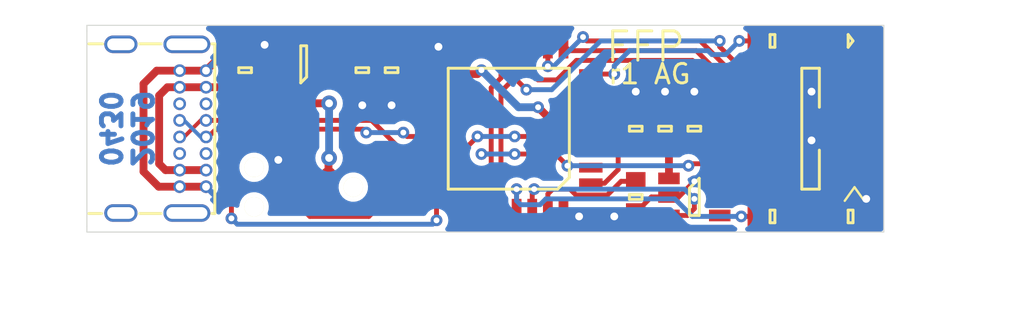
<source format=kicad_pcb>
(kicad_pcb (version 20221018) (generator pcbnew)
  (title_block (title "FFP FPGA/Flash Programmer") (date "2019-04-30") (rev "1") (comment 2 "Copyright 2019 Adam Greig") (comment 3 "Licensed under Creative Commons Attribution 4.0"))
  (layers (0 "F.Cu" signal) (31 "B.Cu" signal) (34 "B.Paste" user) (35 "F.Paste" user) (36 "B.SilkS" user "B.Silkscreen") (37 "F.SilkS" user "F.Silkscreen") (38 "B.Mask" user) (39 "F.Mask" user) (44 "Edge.Cuts" user))
  (net 0 "")
  (net 1 "GND")
  (net 2 "3v3")
  (net 3 "5v")
  (net 4 "/TGT_3v3")
  (net 5 "Net-(IC1-Pad31)")
  (net 6 "Net-(IC1-Pad29)")
  (net 7 "/FLASH_SO")
  (net 8 "/FLASH_SI")
  (net 9 "Net-(IC1-Pad26)")
  (net 10 "Net-(IC1-Pad25)")
  (net 11 "Net-(IC1-Pad24)")
  (net 12 "Net-(IC1-Pad23)")
  (net 13 "/USB_DP")
  (net 14 "/USB_DM")
  (net 15 "Net-(IC1-Pad20)")
  (net 16 "Net-(IC1-Pad19)")
  (net 17 "Net-(IC1-Pad18)")
  (net 18 "/TPWR_EN")
  (net 19 "Net-(IC1-Pad14)")
  (net 20 "/SCK")
  (net 21 "/FPGA_~{RST}")
  (net 22 "/FLASH_~{CS}")
  (net 23 "Net-(IC1-Pad8)")
  (net 24 "Net-(IC1-Pad7)")
  (net 25 "Net-(IC1-Pad6)")
  (net 26 "/~{RST}")
  (net 27 "Net-(IC1-Pad3)")
  (net 28 "Net-(IC1-Pad2)")
  (net 29 "Net-(IC3-Pad4)")
  (net 30 "Net-(J2-PadB8)")
  (net 31 "Net-(J2-PadB5)")
  (net 32 "Net-(J2-PadA8)")
  (net 33 "Net-(J2-PadA5)")
  (net 34 "Net-(J3-Pad7)")
  (net 35 "Net-(P1-Pad6)")
  (net 36 "Net-(IC1-Pad15)")
  (net 37 "Net-(D1-Pad2)")
  (footprint "agg:0603" (layer "F.Cu") (at 128.5 117 -90)
    (fp_text reference "C1")
    (fp_text value "100n")
    (fp_line (start -0.125 -0.325) (end 0.125 -0.325) (stroke (width 0.15)) (layer "F.SilkS"))
    (fp_line (start -0.125 0.325) (end -0.125 -0.325) (stroke (width 0.15)) (layer "F.SilkS"))
    (fp_line (start 0.125 -0.325) (end 0.125 0.325) (stroke (width 0.15)) (layer "F.SilkS"))
    (fp_line (start 0.125 0.325) (end -0.125 0.325) (stroke (width 0.15)) (layer "F.SilkS"))
    (pad "1" smd rect (at -0.8 0 270) (size 0.95 1) (layers "F.Cu" "F.Paste" "F.Mask") (net 2 "3v3"))
    (pad "2" smd rect (at 0.8 0 270) (size 0.95 1) (layers "F.Cu" "F.Paste" "F.Mask") (net 1 "GND"))
  )
  (footprint "agg:0603" (layer "F.Cu") (at 141 120 90)
    (fp_text reference "C2")
    (fp_text value "100n")
    (fp_line (start -0.125 -0.325) (end 0.125 -0.325) (stroke (width 0.15)) (layer "F.SilkS"))
    (fp_line (start -0.125 0.325) (end -0.125 -0.325) (stroke (width 0.15)) (layer "F.SilkS"))
    (fp_line (start 0.125 -0.325) (end 0.125 0.325) (stroke (width 0.15)) (layer "F.SilkS"))
    (fp_line (start 0.125 0.325) (end -0.125 0.325) (stroke (width 0.15)) (layer "F.SilkS"))
    (pad "1" smd rect (at -0.8 0 90) (size 0.95 1) (layers "F.Cu" "F.Paste" "F.Mask") (net 2 "3v3"))
    (pad "2" smd rect (at 0.8 0 90) (size 0.95 1) (layers "F.Cu" "F.Paste" "F.Mask") (net 1 "GND"))
  )
  (footprint "agg:0603" (layer "F.Cu") (at 142.5 120 90)
    (fp_text reference "C3")
    (fp_text value "100n")
    (fp_line (start -0.125 -0.325) (end 0.125 -0.325) (stroke (width 0.15)) (layer "F.SilkS"))
    (fp_line (start -0.125 0.325) (end -0.125 -0.325) (stroke (width 0.15)) (layer "F.SilkS"))
    (fp_line (start 0.125 -0.325) (end 0.125 0.325) (stroke (width 0.15)) (layer "F.SilkS"))
    (fp_line (start 0.125 0.325) (end -0.125 0.325) (stroke (width 0.15)) (layer "F.SilkS"))
    (pad "1" smd rect (at -0.8 0 90) (size 0.95 1) (layers "F.Cu" "F.Paste" "F.Mask") (net 2 "3v3"))
    (pad "2" smd rect (at 0.8 0 90) (size 0.95 1) (layers "F.Cu" "F.Paste" "F.Mask") (net 1 "GND"))
  )
  (footprint "agg:0603" (layer "F.Cu") (at 144 120 90)
    (fp_text reference "C4")
    (fp_text value "100n")
    (fp_line (start -0.125 -0.325) (end 0.125 -0.325) (stroke (width 0.15)) (layer "F.SilkS"))
    (fp_line (start -0.125 0.325) (end -0.125 -0.325) (stroke (width 0.15)) (layer "F.SilkS"))
    (fp_line (start 0.125 -0.325) (end 0.125 0.325) (stroke (width 0.15)) (layer "F.SilkS"))
    (fp_line (start 0.125 0.325) (end -0.125 0.325) (stroke (width 0.15)) (layer "F.SilkS"))
    (pad "1" smd rect (at -0.8 0 90) (size 0.95 1) (layers "F.Cu" "F.Paste" "F.Mask") (net 2 "3v3"))
    (pad "2" smd rect (at 0.8 0 90) (size 0.95 1) (layers "F.Cu" "F.Paste" "F.Mask") (net 1 "GND"))
  )
  (footprint "agg:0603" (layer "F.Cu") (at 121 117 90)
    (fp_text reference "C5")
    (fp_text value "1µ")
    (fp_line (start -0.125 -0.325) (end 0.125 -0.325) (stroke (width 0.15)) (layer "F.SilkS"))
    (fp_line (start -0.125 0.325) (end -0.125 -0.325) (stroke (width 0.15)) (layer "F.SilkS"))
    (fp_line (start 0.125 -0.325) (end 0.125 0.325) (stroke (width 0.15)) (layer "F.SilkS"))
    (fp_line (start 0.125 0.325) (end -0.125 0.325) (stroke (width 0.15)) (layer "F.SilkS"))
    (pad "1" smd rect (at -0.8 0 90) (size 0.95 1) (layers "F.Cu" "F.Paste" "F.Mask") (net 3 "5v"))
    (pad "2" smd rect (at 0.8 0 90) (size 0.95 1) (layers "F.Cu" "F.Paste" "F.Mask") (net 1 "GND"))
  )
  (footprint "agg:0603" (layer "F.Cu") (at 127 117 -90)
    (fp_text reference "C6")
    (fp_text value "1µ")
    (fp_line (start -0.125 -0.325) (end 0.125 -0.325) (stroke (width 0.15)) (layer "F.SilkS"))
    (fp_line (start -0.125 0.325) (end -0.125 -0.325) (stroke (width 0.15)) (layer "F.SilkS"))
    (fp_line (start 0.125 -0.325) (end 0.125 0.325) (stroke (width 0.15)) (layer "F.SilkS"))
    (fp_line (start 0.125 0.325) (end -0.125 0.325) (stroke (width 0.15)) (layer "F.SilkS"))
    (pad "1" smd rect (at -0.8 0 270) (size 0.95 1) (layers "F.Cu" "F.Paste" "F.Mask") (net 2 "3v3"))
    (pad "2" smd rect (at 0.8 0 270) (size 0.95 1) (layers "F.Cu" "F.Paste" "F.Mask") (net 1 "GND"))
  )
  (footprint "agg:0603" (layer "F.Cu") (at 152 124.5)
    (fp_text reference "C7")
    (fp_text value "100n")
    (fp_line (start -0.125 -0.325) (end 0.125 -0.325) (stroke (width 0.15)) (layer "F.SilkS"))
    (fp_line (start -0.125 0.325) (end -0.125 -0.325) (stroke (width 0.15)) (layer "F.SilkS"))
    (fp_line (start 0.125 -0.325) (end 0.125 0.325) (stroke (width 0.15)) (layer "F.SilkS"))
    (fp_line (start 0.125 0.325) (end -0.125 0.325) (stroke (width 0.15)) (layer "F.SilkS"))
    (pad "1" smd rect (at -0.8 0) (size 0.95 1) (layers "F.Cu" "F.Paste" "F.Mask") (net 4 "/TGT_3v3"))
    (pad "2" smd rect (at 0.8 0) (size 0.95 1) (layers "F.Cu" "F.Paste" "F.Mask") (net 1 "GND"))
  )
  (footprint "agg:LQFP-32" (layer "F.Cu") (at 134.5 120 180)
    (fp_text reference "IC1")
    (fp_text value "STM32F042K6T7")
    (fp_line (start -3.1 -2.5) (end -2.5 -3.1) (stroke (width 0.15)) (layer "F.SilkS"))
    (fp_line (start -3.1 3.1) (end -3.1 -2.5) (stroke (width 0.15)) (layer "F.SilkS"))
    (fp_line (start -2.5 -3.1) (end 3.1 -3.1) (stroke (width 0.15)) (layer "F.SilkS"))
    (fp_line (start 3.1 -3.1) (end 3.1 3.1) (stroke (width 0.15)) (layer "F.SilkS"))
    (fp_line (start 3.1 3.1) (end -3.1 3.1) (stroke (width 0.15)) (layer "F.SilkS"))
    (pad "1" smd rect (at -4.2 -2.8 180) (size 1.2 0.5) (layers "F.Cu" "F.Paste" "F.Mask") (net 2 "3v3"))
    (pad "2" smd rect (at -4.2 -2 180) (size 1.2 0.5) (layers "F.Cu" "F.Paste" "F.Mask") (net 28 "Net-(IC1-Pad2)"))
    (pad "3" smd rect (at -4.2 -1.2 180) (size 1.2 0.5) (layers "F.Cu" "F.Paste" "F.Mask") (net 27 "Net-(IC1-Pad3)"))
    (pad "4" smd rect (at -4.2 -0.4 180) (size 1.2 0.5) (layers "F.Cu" "F.Paste" "F.Mask") (net 26 "/~{RST}"))
    (pad "5" smd rect (at -4.2 0.4 180) (size 1.2 0.5) (layers "F.Cu" "F.Paste" "F.Mask") (net 2 "3v3"))
    (pad "6" smd rect (at -4.2 1.2 180) (size 1.2 0.5) (layers "F.Cu" "F.Paste" "F.Mask") (net 25 "Net-(IC1-Pad6)"))
    (pad "7" smd rect (at -4.2 2 180) (size 1.2 0.5) (layers "F.Cu" "F.Paste" "F.Mask") (net 24 "Net-(IC1-Pad7)"))
    (pad "8" smd rect (at -4.2 2.8 180) (size 1.2 0.5) (layers "F.Cu" "F.Paste" "F.Mask") (net 23 "Net-(IC1-Pad8)"))
    (pad "9" smd rect (at -2.8 4.2 180) (size 0.5 1.2) (layers "F.Cu" "F.Paste" "F.Mask") (net 22 "/FLASH_~{CS}"))
    (pad "10" smd rect (at -2 4.2 180) (size 0.5 1.2) (layers "F.Cu" "F.Paste" "F.Mask") (net 21 "/FPGA_~{RST}"))
    (pad "11" smd rect (at -1.2 4.2 180) (size 0.5 1.2) (layers "F.Cu" "F.Paste" "F.Mask") (net 20 "/SCK"))
    (pad "12" smd rect (at -0.4 4.2 180) (size 0.5 1.2) (layers "F.Cu" "F.Paste" "F.Mask") (net 7 "/FLASH_SO"))
    (pad "13" smd rect (at 0.4 4.2 180) (size 0.5 1.2) (layers "F.Cu" "F.Paste" "F.Mask") (net 8 "/FLASH_SI"))
    (pad "14" smd rect (at 1.2 4.2 180) (size 0.5 1.2) (layers "F.Cu" "F.Paste" "F.Mask") (net 19 "Net-(IC1-Pad14)"))
    (pad "15" smd rect (at 2 4.2 180) (size 0.5 1.2) (layers "F.Cu" "F.Paste" "F.Mask") (net 36 "Net-(IC1-Pad15)"))
    (pad "16" smd rect (at 2.8 4.2 180) (size 0.5 1.2) (layers "F.Cu" "F.Paste" "F.Mask") (net 1 "GND"))
    (pad "17" smd rect (at 4.2 2.8 180) (size 1.2 0.5) (layers "F.Cu" "F.Paste" "F.Mask") (net 2 "3v3"))
    (pad "18" smd rect (at 4.2 2 180) (size 1.2 0.5) (layers "F.Cu" "F.Paste" "F.Mask") (net 17 "Net-(IC1-Pad18)"))
    (pad "19" smd rect (at 4.2 1.2 180) (size 1.2 0.5) (layers "F.Cu" "F.Paste" "F.Mask") (net 16 "Net-(IC1-Pad19)"))
    (pad "20" smd rect (at 4.2 0.4 180) (size 1.2 0.5) (layers "F.Cu" "F.Paste" "F.Mask") (net 15 "Net-(IC1-Pad20)"))
    (pad "21" smd rect (at 4.2 -0.4 180) (size 1.2 0.5) (layers "F.Cu" "F.Paste" "F.Mask") (net 14 "/USB_DM"))
    (pad "22" smd rect (at 4.2 -1.2 180) (size 1.2 0.5) (layers "F.Cu" "F.Paste" "F.Mask") (net 13 "/USB_DP"))
    (pad "23" smd rect (at 4.2 -2 180) (size 1.2 0.5) (layers "F.Cu" "F.Paste" "F.Mask") (net 12 "Net-(IC1-Pad23)"))
    (pad "24" smd rect (at 4.2 -2.8 180) (size 1.2 0.5) (layers "F.Cu" "F.Paste" "F.Mask") (net 11 "Net-(IC1-Pad24)"))
    (pad "25" smd rect (at 2.8 -4.2 180) (size 0.5 1.2) (layers "F.Cu" "F.Paste" "F.Mask") (net 10 "Net-(IC1-Pad25)"))
    (pad "26" smd rect (at 2 -4.2 180) (size 0.5 1.2) (layers "F.Cu" "F.Paste" "F.Mask") (net 9 "Net-(IC1-Pad26)"))
    (pad "27" smd rect (at 1.2 -4.2 180) (size 0.5 1.2) (layers "F.Cu" "F.Paste" "F.Mask") (net 8 "/FLASH_SI"))
    (pad "28" smd rect (at 0.4 -4.2 180) (size 0.5 1.2) (layers "F.Cu" "F.Paste" "F.Mask") (net 7 "/FLASH_SO"))
    (pad "29" smd rect (at -0.4 -4.2 180) (size 0.5 1.2) (layers "F.Cu" "F.Paste" "F.Mask") (net 6 "Net-(IC1-Pad29)"))
    (pad "30" smd rect (at -1.2 -4.2 180) (size 0.5 1.2) (layers "F.Cu" "F.Paste" "F.Mask") (net 18 "/TPWR_EN"))
    (pad "31" smd rect (at -2 -4.2 180) (size 0.5 1.2) (layers "F.Cu" "F.Paste" "F.Mask") (net 5 "Net-(IC1-Pad31)"))
    (pad "32" smd rect (at -2.8 -4.2 180) (size 0.5 1.2) (layers "F.Cu" "F.Paste" "F.Mask") (net 1 "GND"))
  )
  (footprint "agg:SOT-23" (layer "F.Cu") (at 124 116.7 180)
    (fp_text reference "IC2")
    (fp_text value "MCP1700")
    (fp_line (start -0.15 -0.65) (end 0.15 -0.95) (stroke (width 0.15)) (layer "F.SilkS"))
    (fp_line (start -0.15 0.95) (end -0.15 -0.65) (stroke (width 0.15)) (layer "F.SilkS"))
    (fp_line (start 0.15 -0.95) (end 0.15 -0.95) (stroke (width 0.15)) (layer "F.SilkS"))
    (fp_line (start 0.15 -0.95) (end 0.15 0.95) (stroke (width 0.15)) (layer "F.SilkS"))
    (fp_line (start 0.15 0.95) (end -0.15 0.95) (stroke (width 0.15)) (layer "F.SilkS"))
    (pad "1" smd rect (at -1.15 -0.95 180) (size 1 0.6) (layers "F.Cu" "F.Paste" "F.Mask") (net 1 "GND"))
    (pad "2" smd rect (at -1.15 0.95 180) (size 1 0.6) (layers "F.Cu" "F.Paste" "F.Mask") (net 2 "3v3"))
    (pad "3" smd rect (at 1.15 0 180) (size 1 0.6) (layers "F.Cu" "F.Paste" "F.Mask") (net 3 "5v"))
  )
  (footprint "agg:SOT-23-5" (layer "F.Cu") (at 144 123.5)
    (fp_text reference "IC3")
    (fp_text value "MIC2004-0_5YM5")
    (fp_line (start -0.25 -0.45) (end 0.25 -0.95) (stroke (width 0.15)) (layer "F.SilkS"))
    (fp_line (start -0.25 0.95) (end -0.25 -0.45) (stroke (width 0.15)) (layer "F.SilkS"))
    (fp_line (start 0.25 -0.95) (end 0.25 -0.95) (stroke (width 0.15)) (layer "F.SilkS"))
    (fp_line (start 0.25 -0.95) (end 0.25 0.95) (stroke (width 0.15)) (layer "F.SilkS"))
    (fp_line (start 0.25 0.95) (end -0.25 0.95) (stroke (width 0.15)) (layer "F.SilkS"))
    (pad "1" smd rect (at -1.3 -0.95) (size 1.1 0.6) (layers "F.Cu" "F.Paste" "F.Mask") (net 2 "3v3"))
    (pad "2" smd rect (at -1.3 0) (size 1.1 0.6) (layers "F.Cu" "F.Paste" "F.Mask") (net 1 "GND"))
    (pad "3" smd rect (at -1.3 0.95) (size 1.1 0.6) (layers "F.Cu" "F.Paste" "F.Mask") (net 18 "/TPWR_EN"))
    (pad "4" smd rect (at 1.3 0.95) (size 1.1 0.6) (layers "F.Cu" "F.Paste" "F.Mask") (net 29 "Net-(IC3-Pad4)"))
    (pad "5" smd rect (at 1.3 -0.95) (size 1.1 0.6) (layers "F.Cu" "F.Paste" "F.Mask") (net 4 "/TGT_3v3"))
  )
  (footprint "agg:USB4085" (layer "F.Cu") (at 119 120 -90)
    (fp_text reference "J2")
    (fp_text value "USB4085")
    (fp_line (start -4.35 -0.45) (end -4.35 -0.3) (stroke (width 0.15)) (layer "F.SilkS"))
    (fp_line (start -4.35 -0.45) (end 4.35 -0.45) (stroke (width 0.15)) (layer "F.SilkS"))
    (fp_line (start -4.35 2.3) (end -4.35 3.4) (stroke (width 0.15)) (layer "F.SilkS"))
    (fp_line (start -4.35 5.3) (end -4.35 6) (stroke (width 0.15)) (layer "F.SilkS"))
    (fp_line (start 4.35 -0.45) (end 4.35 -0.3) (stroke (width 0.15)) (layer "F.SilkS"))
    (fp_line (start 4.35 2.3) (end 4.35 3.4) (stroke (width 0.15)) (layer "F.SilkS"))
    (fp_line (start 4.35 5.35) (end 4.35 6) (stroke (width 0.15)) (layer "F.SilkS"))
    (pad "" np_thru_hole oval (at -4.325 0.98 270) (size 0.9 2.4) (drill oval 0.6 2.1) (layers "*.Cu" "*.Mask"))
    (pad "" np_thru_hole oval (at -4.325 4.36 270) (size 0.9 1.7) (drill oval 0.6 1.4) (layers "*.Cu" "*.Mask"))
    (pad "" np_thru_hole oval (at 4.325 0.98 270) (size 0.9 2.4) (drill oval 0.6 2.1) (layers "*.Cu" "*.Mask"))
    (pad "" np_thru_hole oval (at 4.325 4.36 270) (size 0.9 1.7) (drill oval 0.6 1.4) (layers "*.Cu" "*.Mask"))
    (pad "A1" thru_hole circle (at -2.975 0 270) (size 0.65 0.65) (drill 0.4) (layers "*.Cu" "*.Mask") (net 1 "GND"))
    (pad "A4" thru_hole circle (at -2.125 0 270) (size 0.65 0.65) (drill 0.4) (layers "*.Cu" "*.Mask") (net 3 "5v"))
    (pad "A5" thru_hole circle (at -1.275 0 270) (size 0.65 0.65) (drill 0.4) (layers "*.Cu" "*.Mask") (net 33 "Net-(J2-PadA5)"))
    (pad "A6" thru_hole circle (at -0.425 0 270) (size 0.65 0.65) (drill 0.4) (layers "*.Cu" "*.Mask") (net 13 "/USB_DP"))
    (pad "A7" thru_hole circle (at 0.425 0 270) (size 0.65 0.65) (drill 0.4) (layers "*.Cu" "*.Mask") (net 14 "/USB_DM"))
    (pad "A8" thru_hole circle (at 1.275 0 270) (size 0.65 0.65) (drill 0.4) (layers "*.Cu" "*.Mask") (net 32 "Net-(J2-PadA8)"))
    (pad "A9" thru_hole circle (at 2.125 0 270) (size 0.65 0.65) (drill 0.4) (layers "*.Cu" "*.Mask") (net 3 "5v"))
    (pad "A12" thru_hole circle (at 2.975 0 270) (size 0.65 0.65) (drill 0.4) (layers "*.Cu" "*.Mask") (net 1 "GND"))
    (pad "B1" thru_hole circle (at 2.975 1.35 270) (size 0.65 0.65) (drill 0.4) (layers "*.Cu" "*.Mask") (net 1 "GND"))
    (pad "B4" thru_hole circle (at 2.125 1.35 270) (size 0.65 0.65) (drill 0.4) (layers "*.Cu" "*.Mask") (net 3 "5v"))
    (pad "B5" thru_hole circle (at 1.275 1.35 270) (size 0.65 0.65) (drill 0.4) (layers "*.Cu" "*.Mask") (net 31 "Net-(J2-PadB5)"))
    (pad "B6" thru_hole circle (at 0.425 1.35 270) (size 0.65 0.65) (drill 0.4) (layers "*.Cu" "*.Mask") (net 13 "/USB_DP"))
    (pad "B7" thru_hole circle (at -0.425 1.35 270) (size 0.65 0.65) (drill 0.4) (layers "*.Cu" "*.Mask") (net 14 "/USB_DM"))
    (pad "B8" thru_hole circle (at -1.275 1.35 270) (size 0.65 0.65) (drill 0.4) (layers "*.Cu" "*.Mask") (net 30 "Net-(J2-PadB8)"))
    (pad "B9" thru_hole circle (at -2.125 1.35 270) (size 0.65 0.65) (drill 0.4) (layers "*.Cu" "*.Mask") (net 3 "5v"))
    (pad "B12" thru_hole circle (at -2.975 1.35 270) (size 0.65 0.65) (drill 0.4) (layers "*.Cu" "*.Mask") (net 1 "GND"))
  )
  (footprint "agg:FTSH-105-01-L-DV-K" (layer "F.Cu") (at 150 120 90)
    (fp_text reference "J3")
    (fp_text value "PROG")
    (fp_line (start -3.1 -0.5) (end -3.1 0.4) (stroke (width 0.15)) (layer "F.SilkS"))
    (fp_line (start -3.1 -0.5) (end 3.1 -0.5) (stroke (width 0.15)) (layer "F.SilkS"))
    (fp_line (start -3.1 0.4) (end -1.1 0.4) (stroke (width 0.15)) (layer "F.SilkS"))
    (fp_line (start 3.1 -0.5) (end 3.1 0.4) (stroke (width 0.15)) (layer "F.SilkS"))
    (fp_line (start 3.1 0.4) (end 1.1 0.4) (stroke (width 0.15)) (layer "F.SilkS"))
    (pad "1" smd rect (at -2.54 2.035 90) (size 0.74 2.79) (layers "F.Cu" "F.Paste" "F.Mask") (net 4 "/TGT_3v3"))
    (pad "2" smd rect (at -2.54 -2.035 90) (size 0.74 2.79) (layers "F.Cu" "F.Paste" "F.Mask") (net 8 "/FLASH_SI"))
    (pad "3" smd rect (at -1.27 2.035 90) (size 0.74 2.79) (layers "F.Cu" "F.Paste" "F.Mask") (net 1 "GND"))
    (pad "4" smd rect (at -1.27 -2.035 90) (size 0.74 2.79) (layers "F.Cu" "F.Paste" "F.Mask") (net 20 "/SCK"))
    (pad "5" smd rect (at 0 2.035 90) (size 0.74 2.79) (layers "F.Cu" "F.Paste" "F.Mask") (net 1 "GND"))
    (pad "6" smd rect (at 0 -2.035 90) (size 0.74 2.79) (layers "F.Cu" "F.Paste" "F.Mask") (net 22 "/FLASH_~{CS}"))
    (pad "7" smd rect (at 1.27 2.035 90) (size 0.74 2.79) (layers "F.Cu" "F.Paste" "F.Mask") (net 34 "Net-(J3-Pad7)"))
    (pad "8" smd rect (at 1.27 -2.035 90) (size 0.74 2.79) (layers "F.Cu" "F.Paste" "F.Mask") (net 21 "/FPGA_~{RST}"))
    (pad "9" smd rect (at 2.54 2.035 90) (size 0.74 2.79) (layers "F.Cu" "F.Paste" "F.Mask") (net 1 "GND"))
    (pad "10" smd rect (at 2.54 -2.035 90) (size 0.74 2.79) (layers "F.Cu" "F.Paste" "F.Mask") (net 7 "/FLASH_SO"))
  )
  (footprint "agg:TC2030-NL" (layer "F.Cu") (at 124 123 180)
    (fp_text reference "P1")
    (fp_text value "SWD_TC")
    (pad "" np_thru_hole circle (at -2.54 0.005 180) (size 1 1) (drill 1) (layers "*.Cu" "*.Mask" "F.SilkS"))
    (pad "" np_thru_hole circle (at 2.54 -1.011 180) (size 1 1) (drill 1) (layers "*.Cu" "*.Mask" "F.SilkS"))
    (pad "" np_thru_hole circle (at 2.54 1.021 180) (size 1 1) (drill 1) (layers "*.Cu" "*.Mask" "F.SilkS"))
    (pad "1" smd circle (at -1.27 0.64 180) (size 0.787 0.787) (layers "F.Cu" "F.Mask") (net 2 "3v3"))
    (pad "2" smd circle (at -1.27 -0.63 180) (size 0.787 0.787) (layers "F.Cu" "F.Mask") (net 12 "Net-(IC1-Pad23)"))
    (pad "3" smd circle (at 0 0.64 180) (size 0.787 0.787) (layers "F.Cu" "F.Mask") (net 26 "/~{RST}"))
    (pad "4" smd circle (at 0 -0.63 180) (size 0.787 0.787) (layers "F.Cu" "F.Mask") (net 11 "Net-(IC1-Pad24)"))
    (pad "5" smd circle (at 1.27 0.64 180) (size 0.787 0.787) (layers "F.Cu" "F.Mask") (net 1 "GND"))
    (pad "6" smd circle (at 1.27 -0.63 180) (size 0.787 0.787) (layers "F.Cu" "F.Mask") (net 35 "Net-(P1-Pad6)"))
  )
  (footprint "agg:0603" (layer "F.Cu") (at 141 123.5 -90)
    (fp_text reference "R1")
    (fp_text value "10k")
    (fp_line (start -0.125 -0.325) (end 0.125 -0.325) (stroke (width 0.15)) (layer "F.SilkS"))
    (fp_line (start -0.125 0.325) (end -0.125 -0.325) (stroke (width 0.15)) (layer "F.SilkS"))
    (fp_line (start 0.125 -0.325) (end 0.125 0.325) (stroke (width 0.15)) (layer "F.SilkS"))
    (fp_line (start 0.125 0.325) (end -0.125 0.325) (stroke (width 0.15)) (layer "F.SilkS"))
    (pad "1" smd rect (at -0.8 0 270) (size 0.95 1) (layers "F.Cu" "F.Paste" "F.Mask") (net 5 "Net-(IC1-Pad31)"))
    (pad "2" smd rect (at 0.8 0 270) (size 0.95 1) (layers "F.Cu" "F.Paste" "F.Mask") (net 1 "GND"))
  )
  (footprint "agg:0603" (layer "F.Cu") (at 148 124.5 180)
    (fp_text reference "R2")
    (fp_text value "10k")
    (fp_line (start -0.125 -0.325) (end 0.125 -0.325) (stroke (width 0.15)) (layer "F.SilkS"))
    (fp_line (start -0.125 0.325) (end -0.125 -0.325) (stroke (width 0.15)) (layer "F.SilkS"))
    (fp_line (start 0.125 -0.325) (end 0.125 0.325) (stroke (width 0.15)) (layer "F.SilkS"))
    (fp_line (start 0.125 0.325) (end -0.125 0.325) (stroke (width 0.15)) (layer "F.SilkS"))
    (pad "1" smd rect (at -0.8 0 180) (size 0.95 1) (layers "F.Cu" "F.Paste" "F.Mask") (net 4 "/TGT_3v3"))
    (pad "2" smd rect (at 0.8 0 180) (size 0.95 1) (layers "F.Cu" "F.Paste" "F.Mask") (net 6 "Net-(IC1-Pad29)"))
  )
  (footprint "agg:0603-LED" (layer "F.Cu") (at 152 115.5 180)
    (fp_text reference "D1")
    (fp_text value "LED")
    (fp_line (start -0.125 0) (end 0.125 -0.325) (stroke (width 0.15)) (layer "F.SilkS"))
    (fp_line (start -0.125 0) (end 0.125 0.325) (stroke (width 0.15)) (layer "F.SilkS"))
    (fp_line (start 0.125 -0.325) (end 0.125 0.325) (stroke (width 0.15)) (layer "F.SilkS"))
    (pad "1" smd rect (at -0.8 0 180) (size 0.95 1) (layers "F.Cu" "F.Paste" "F.Mask") (net 1 "GND"))
    (pad "2" smd rect (at 0.8 0 180) (size 0.95 1) (layers "F.Cu" "F.Paste" "F.Mask") (net 37 "Net-(D1-Pad2)"))
  )
  (footprint "agg:0603" (layer "F.Cu") (at 148 115.5 180)
    (fp_text reference "R3")
    (fp_text value "10k")
    (fp_line (start -0.125 -0.325) (end 0.125 -0.325) (stroke (width 0.15)) (layer "F.SilkS"))
    (fp_line (start -0.125 0.325) (end -0.125 -0.325) (stroke (width 0.15)) (layer "F.SilkS"))
    (fp_line (start 0.125 -0.325) (end 0.125 0.325) (stroke (width 0.15)) (layer "F.SilkS"))
    (fp_line (start 0.125 0.325) (end -0.125 0.325) (stroke (width 0.15)) (layer "F.SilkS"))
    (pad "1" smd rect (at -0.8 0 180) (size 0.95 1) (layers "F.Cu" "F.Paste" "F.Mask") (net 37 "Net-(D1-Pad2)"))
    (pad "2" smd rect (at 0.8 0 180) (size 0.95 1) (layers "F.Cu" "F.Paste" "F.Mask") (net 23 "Net-(IC1-Pad8)"))
  )
  (gr_line (start 152.2 123) (end 152.7 123.7) (stroke (width 0.12)) (layer "F.SilkS"))
  (gr_line (start 151.7 123.7) (end 152.2 123) (stroke (width 0.12)) (layer "F.SilkS"))
  (gr_line (start 112.9 114.7) (end 112.9 115) (stroke (width 0.05)) (layer "Edge.Cuts"))
  (gr_line (start 112.9 125.3) (end 112.9 125) (stroke (width 0.05)) (layer "Edge.Cuts"))
  (gr_line (start 153.7 114.7) (end 153.7 125.3) (stroke (width 0.05)) (layer "Edge.Cuts"))
  (gr_line (start 153.7 114.7) (end 112.9 114.7) (stroke (width 0.05)) (layer "Edge.Cuts"))
  (gr_line (start 112.9 115) (end 112.9 125) (stroke (width 0.05)) (layer "Edge.Cuts"))
  (gr_line (start 153.7 125.3) (end 112.9 125.3) (stroke (width 0.05)) (layer "Edge.Cuts"))
  (gr_text "2019\n0430" (at 114.9 120 270) (layer "B.Cu") (effects (font (size 1 1) (thickness 0.25)) (justify mirror)))
  (gr_text "FFP" (at 141.5 115.8) (layer "F.SilkS") (effects (font (size 1.5 1.5))))
  (gr_text "r1 AG" (at 141.7 117.2) (layer "F.SilkS") (effects (font (size 1 1))))
  (segment (start 141.8 123.5) (end 141 124.3) (width 0.25) (layer "F.Cu") (net 1))
  (segment (start 152.44 117.46) (end 152.8 117.1) (width 0.25) (layer "F.Cu") (net 1))
  (segment (start 116.575 122.975) (end 115.8 122.2) (width 0.4) (layer "F.Cu") (net 1))
  (segment (start 115.8 117.7) (end 116.475 117.025) (width 0.4) (layer "F.Cu") (net 1))
  (segment (start 117.65 122.975) (end 116.575 122.975) (width 0.4) (layer "F.Cu") (net 1))
  (segment (start 150 119.4) (end 150 118.1) (width 0.4) (layer "F.Cu") (net 1))
  (segment (start 142.7 123.5) (end 143.2 123.5) (width 0.25) (layer "F.Cu") (net 1))
  (segment (start 150.24 120) (end 150 119.76) (width 0.4) (layer "F.Cu") (net 1))
  (segment (start 117.65 117.025) (end 119 117.025) (width 0.4) (layer "F.Cu") (net 1))
  (segment (start 127 117.8) (end 128.5 117.8) (width 0.6) (layer "F.Cu") (net 1))
  (segment (start 152.8 115.5) (end 152.8 117.1) (width 0.25) (layer "F.Cu") (net 1))
  (segment (start 121 116.2) (end 119.825 116.2) (width 0.4) (layer "F.Cu") (net 1))
  (segment (start 119.825 116.2) (end 119 117.025) (width 0.4) (layer "F.Cu") (net 1))
  (segment (start 150.24 121.27) (end 150 121.03) (width 0.4) (layer "F.Cu") (net 1))
  (segment (start 152.035 120) (end 150.24 120) (width 0.4) (layer "F.Cu") (net 1))
  (segment (start 126.85 117.65) (end 127 117.8) (width 0.4) (layer "F.Cu") (net 1))
  (segment (start 119 122.975) (end 117.65 122.975) (width 0.4) (layer "F.Cu") (net 1))
  (segment (start 116.475 117.025) (end 117.65 117.025) (width 0.4) (layer "F.Cu") (net 1))
  (segment (start 122.73 122.36) (end 122.73 121.63) (width 0.4) (layer "F.Cu") (net 1))
  (segment (start 142.5 119.2) (end 142.5 118.1) (width 0.4) (layer "F.Cu") (net 1))
  (segment (start 150 119.76) (end 150 119.4) (width 0.4) (layer "F.Cu") (net 1))
  (segment (start 121 116.2) (end 121.5 116.2) (width 0.4) (layer "F.Cu") (net 1))
  (segment (start 152.035 121.27) (end 150.24 121.27) (width 0.4) (layer "F.Cu") (net 1))
  (segment (start 125.15 117.65) (end 126.85 117.65) (width 0.4) (layer "F.Cu") (net 1))
  (segment (start 150.24 117.46) (end 152.035 117.46) (width 0.4) (layer "F.Cu") (net 1))
  (segment (start 139.9 124.5) (end 140.8 124.5) (width 0.4) (layer "F.Cu") (net 1))
  (segment (start 150 121.03) (end 150 120.6) (width 0.4) (layer "F.Cu") (net 1))
  (segment (start 152.035 117.46) (end 152.44 117.46) (width 0.25) (layer "F.Cu") (net 1))
  (segment (start 127 117.8) (end 127 118.8) (width 0.4) (layer "F.Cu") (net 1))
  (segment (start 150 120.6) (end 150 119.76) (width 0.4) (layer "F.Cu") (net 1))
  (segment (start 150 119.4) (end 150 117.7) (width 0.4) (layer "F.Cu") (net 1))
  (segment (start 128.5 117.8) (end 128.5 118.8) (width 0.4) (layer "F.Cu") (net 1))
  (segment (start 131.7 115.8) (end 130.9 115.8) (width 0.4) (layer "F.Cu") (net 1))
  (segment (start 150 119.4) (end 150 120.6) (width 0.4) (layer "F.Cu") (net 1))
  (segment (start 137.3 124.2) (end 137.6 124.5) (width 0.25) (layer "F.Cu") (net 1))
  (segment (start 140.8 124.5) (end 141 124.3) (width 0.4) (layer "F.Cu") (net 1))
  (segment (start 152.8 124.5) (end 152.8 123.6) (width 0.4) (layer "F.Cu") (net 1))
  (segment (start 144 119.2) (end 144 118.1) (width 0.4) (layer "F.Cu") (net 1))
  (segment (start 122.73 121.63) (end 122.7 121.6) (width 0.4) (layer "F.Cu") (net 1))
  (segment (start 115.8 122.2) (end 115.8 117.7) (width 0.4) (layer "F.Cu") (net 1))
  (segment (start 121.5 116.2) (end 122 115.7) (width 0.4) (layer "F.Cu") (net 1))
  (segment (start 150 117.7) (end 150.24 117.46) (width 0.4) (layer "F.Cu") (net 1))
  (segment (start 143.2 123.5) (end 144 122.7) (width 0.25) (layer "F.Cu") (net 1))
  (segment (start 141 119.2) (end 141 118.1) (width 0.4) (layer "F.Cu") (net 1))
  (segment (start 142.7 123.5) (end 141.8 123.5) (width 0.25) (layer "F.Cu") (net 1))
  (segment (start 138.1 124.5) (end 137.6 124.5) (width 0.25) (layer "F.Cu") (net 1))
  (via (at 122 115.7) (size 0.8) (drill 0.4) (layers "F.Cu" "B.Cu") (net 1))
  (via (at 139.9 124.5) (size 0.8) (drill 0.4) (layers "F.Cu" "B.Cu") (net 1))
  (via (at 150 118.1) (size 0.8) (drill 0.4) (layers "F.Cu" "B.Cu") (net 1))
  (via (at 144 122.7) (size 0.6) (drill 0.3) (layers "F.Cu" "B.Cu") (net 1))
  (via (at 142.5 118.1) (size 0.8) (drill 0.4) (layers "F.Cu" "B.Cu") (net 1))
  (via (at 130.9 115.8) (size 0.8) (drill 0.4) (layers "F.Cu" "B.Cu") (net 1))
  (via (at 152.8 123.6) (size 0.8) (drill 0.4) (layers "F.Cu" "B.Cu") (net 1))
  (via (at 141 118.1) (size 0.8) (drill 0.4) (layers "F.Cu" "B.Cu") (net 1))
  (via (at 128.5 118.8) (size 0.8) (drill 0.4) (layers "F.Cu" "B.Cu") (net 1))
  (via (at 144 118.1) (size 0.8) (drill 0.4) (layers "F.Cu" "B.Cu") (net 1))
  (via (at 122.7 121.6) (size 0.8) (drill 0.4) (layers "F.Cu" "B.Cu") (net 1))
  (via (at 127 118.8) (size 0.8) (drill 0.4) (layers "F.Cu" "B.Cu") (net 1))
  (via (at 150 120.6) (size 0.8) (drill 0.4) (layers "F.Cu" "B.Cu") (net 1))
  (via (at 138.1 124.5) (size 0.8) (drill 0.4) (layers "F.Cu" "B.Cu") (net 1))
  (segment (start 136 118.9) (end 136.7 119.6) (width 0.4) (layer "F.Cu") (net 2))
  (segment (start 144 120.8) (end 142.5 120.8) (width 0.4) (layer "F.Cu") (net 2))
  (segment (start 130.3 117.2) (end 132.9 117.2) (width 0.4) (layer "F.Cu") (net 2))
  (segment (start 142.7 122.55) (end 142.7 121) (width 0.4) (layer "F.Cu") (net 2))
  (segment (start 126.55 115.75) (end 127 116.2) (width 0.4) (layer "F.Cu") (net 2))
  (segment (start 125.27 122.36) (end 125.27 121.53) (width 0.4) (layer "F.Cu") (net 2))
  (segment (start 139.4 122.8) (end 138.7 122.8) (width 0.25) (layer "F.Cu") (net 2))
  (segment (start 140.1 120.8) (end 140 120.7) (width 0.4) (layer "F.Cu") (net 2))
  (segment (start 140.1 120.8) (end 140.1 122.1) (width 0.25) (layer "F.Cu") (net 2))
  (segment (start 127 116.2) (end 128.5 116.2) (width 0.6) (layer "F.Cu") (net 2))
  (segment (start 124.25 115.75) (end 125.15 115.75) (width 0.4) (layer "F.Cu") (net 2))
  (segment (start 124.3 118.7) (end 124 118.4) (width 0.4) (layer "F.Cu") (net 2))
  (segment (start 139.9 119.6) (end 138.7 119.6) (width 0.4) (layer "F.Cu") (net 2))
  (segment (start 141 120.8) (end 140.1 120.8) (width 0.4) (layer "F.Cu") (net 2))
  (segment (start 140 119.7) (end 139.9 119.6) (width 0.4) (layer "F.Cu") (net 2))
  (segment (start 142.5 120.8) (end 141 120.8) (width 0.4) (layer "F.Cu") (net 2))
  (segment (start 129.5 117.2) (end 128.5 116.2) (width 0.4) (layer "F.Cu") (net 2))
  (segment (start 140 120.7) (end 140 119.7) (width 0.4) (layer "F.Cu") (net 2))
  (segment (start 130.3 117.2) (end 129.5 117.2) (width 0.4) (layer "F.Cu") (net 2))
  (segment (start 136.7 119.6) (end 138.7 119.6) (width 0.4) (layer "F.Cu") (net 2))
  (segment (start 125.3 118.7) (end 124.3 118.7) (width 0.4) (layer "F.Cu") (net 2))
  (segment (start 124 116) (end 124.25 115.75) (width 0.4) (layer "F.Cu") (net 2))
  (segment (start 125.27 121.53) (end 125.3 121.5) (width 0.4) (layer "F.Cu") (net 2))
  (segment (start 140.1 122.1) (end 139.4 122.8) (width 0.25) (layer "F.Cu") (net 2))
  (segment (start 125.15 115.75) (end 126.55 115.75) (width 0.4) (layer "F.Cu") (net 2))
  (segment (start 132.9 117.2) (end 133.1 117) (width 0.4) (layer "F.Cu") (net 2))
  (segment (start 124 118.4) (end 124 116) (width 0.4) (layer "F.Cu") (net 2))
  (segment (start 142.7 121) (end 142.5 120.8) (width 0.4) (layer "F.Cu") (net 2))
  (via (at 133.1 117) (size 0.6) (drill 0.3) (layers "F.Cu" "B.Cu") (net 2))
  (via (at 125.3 118.7) (size 0.8) (drill 0.4) (layers "F.Cu" "B.Cu") (net 2))
  (via (at 136 118.9) (size 0.6) (drill 0.3) (layers "F.Cu" "B.Cu") (net 2))
  (via (at 125.3 121.5) (size 0.8) (drill 0.4) (layers "F.Cu" "B.Cu") (net 2))
  (segment (start 125.3 121.5) (end 125.3 118.7) (width 0.4) (layer "B.Cu") (net 2))
  (segment (start 135 118.9) (end 136 118.9) (width 0.4) (layer "B.Cu") (net 2))
  (segment (start 133.1 117) (end 135 118.9) (width 0.4) (layer "B.Cu") (net 2))
  (segment (start 116.6 121.8) (end 116.6 118.3) (width 0.4) (layer "F.Cu") (net 3))
  (segment (start 117.65 122.125) (end 116.925 122.125) (width 0.4) (layer "F.Cu") (net 3))
  (segment (start 119 117.875) (end 120.925 117.875) (width 0.4) (layer "F.Cu") (net 3))
  (segment (start 120.925 117.875) (end 121 117.8) (width 0.4) (layer "F.Cu") (net 3))
  (segment (start 121 117.8) (end 122.5 117.8) (width 0.4) (layer "F.Cu") (net 3))
  (segment (start 122.5 117.8) (end 122.85 117.45) (width 0.4) (layer "F.Cu") (net 3))
  (segment (start 119 122.125) (end 117.65 122.125) (width 0.4) (layer "F.Cu") (net 3))
  (segment (start 122.85 117.45) (end 122.85 116.7) (width 0.4) (layer "F.Cu") (net 3))
  (segment (start 116.925 122.125) (end 116.6 121.8) (width 0.4) (layer "F.Cu") (net 3))
  (segment (start 117.025 117.875) (end 117.65 117.875) (width 0.4) (layer "F.Cu") (net 3))
  (segment (start 116.6 118.3) (end 117.025 117.875) (width 0.4) (layer "F.Cu") (net 3))
  (segment (start 117.65 117.875) (end 119 117.875) (width 0.4) (layer "F.Cu") (net 3))
  (segment (start 148.8 124.5) (end 151.2 124.5) (width 0.4) (layer "F.Cu") (net 4))
  (segment (start 148.8 123.6) (end 148.8 124.5) (width 0.4) (layer "F.Cu") (net 4))
  (segment (start 145.55 123.5) (end 148.7 123.5) (width 0.4) (layer "F.Cu") (net 4))
  (segment (start 145.3 123.25) (end 145.55 123.5) (width 0.4) (layer "F.Cu") (net 4))
  (segment (start 148.7 123.5) (end 148.8 123.6) (width 0.4) (layer "F.Cu") (net 4))
  (segment (start 151.56 122.54) (end 151.2 122.9) (width 0.4) (layer "F.Cu") (net 4))
  (segment (start 145.3 122.55) (end 145.3 123.25) (width 0.4) (layer "F.Cu") (net 4))
  (segment (start 152.035 122.54) (end 151.56 122.54) (width 0.4) (layer "F.Cu") (net 4))
  (segment (start 151.2 124.5) (end 151.2 122.9) (width 0.4) (layer "F.Cu") (net 4))
  (segment (start 136.5 123.35) (end 136.75 123.1) (width 0.25) (layer "F.Cu") (net 5))
  (segment (start 137.935002 123.4) (end 139.55 123.4) (width 0.25) (layer "F.Cu") (net 5))
  (segment (start 140.25 122.7) (end 141 122.7) (width 0.25) (layer "F.Cu") (net 5))
  (segment (start 136.75 123.1) (end 137.635002 123.1) (width 0.25) (layer "F.Cu") (net 5))
  (segment (start 139.55 123.4) (end 140.25 122.7) (width 0.25) (layer "F.Cu") (net 5))
  (segment (start 137.635002 123.1) (end 137.935002 123.4) (width 0.25) (layer "F.Cu") (net 5))
  (segment (start 136.5 124.2) (end 136.5 123.35) (width 0.25) (layer "F.Cu") (net 5))
  (segment (start 147.2 124.5) (end 146.4 124.5) (width 0.25) (layer "F.Cu") (net 6))
  (segment (start 134.9 124.2) (end 134.9 123.1) (width 0.25) (layer "F.Cu") (net 6))
  (via (at 134.9 123.1) (size 0.6) (drill 0.3) (layers "F.Cu" "B.Cu") (net 6))
  (via (at 146.4 124.5) (size 0.6) (drill 0.3) (layers "F.Cu" "B.Cu") (net 6))
  (segment (start 136.4 123.6) (end 136.1 123.9) (width 0.25) (layer "B.Cu") (net 6))
  (segment (start 143 123.6) (end 136.4 123.6) (width 0.25) (layer "B.Cu") (net 6))
  (segment (start 134.9 123.7) (end 135.1 123.9) (width 0.25) (layer "B.Cu") (net 6))
  (segment (start 146.4 124.5) (end 143.9 124.5) (width 0.25) (layer "B.Cu") (net 6))
  (segment (start 135.1 123.9) (end 136.1 123.9) (width 0.25) (layer "B.Cu") (net 6))
  (segment (start 143.9 124.5) (end 143 123.6) (width 0.25) (layer "B.Cu") (net 6))
  (segment (start 134.9 123.1) (end 134.9 123.7) (width 0.25) (layer "B.Cu") (net 6))
  (segment (start 134.1 124.2) (end 134.1 118.1) (width 0.25) (layer "F.Cu") (net 7))
  (segment (start 134.9 117.5) (end 134.9 117.3) (width 0.25) (layer "F.Cu") (net 7))
  (segment (start 146.55001 117.1136) (end 146.5 117.06359) (width 0.25) (layer "F.Cu") (net 7))
  (segment (start 145.3 115.8) (end 145.3 115.5) (width 0.25) (layer "F.Cu") (net 7))
  (segment (start 146.5 117) (end 145.3 115.8) (width 0.25) (layer "F.Cu") (net 7))
  (segment (start 134.9 117.3) (end 134.9 115.8) (width 0.25) (layer "F.Cu") (net 7))
  (segment (start 146.5 117.06359) (end 146.5 117) (width 0.25) (layer "F.Cu") (net 7))
  (segment (start 135.4 118) (end 134.9 117.5) (width 0.25) (layer "F.Cu") (net 7))
  (segment (start 147.965 117.46) (end 146.89641 117.46) (width 0.25) (layer "F.Cu") (net 7))
  (segment (start 134.1 118.1) (end 134.9 117.3) (width 0.25) (layer "F.Cu") (net 7))
  (segment (start 146.89641 117.46) (end 146.55001 117.1136) (width 0.25) (layer "F.Cu") (net 7))
  (via (at 135.4 118) (size 0.6) (drill 0.3) (layers "F.Cu" "B.Cu") (net 7))
  (via (at 145.3 115.5) (size 0.6) (drill 0.3) (layers "F.Cu" "B.Cu") (net 7))
  (segment (start 139.2 115.5) (end 145.3 115.5) (width 0.25) (layer "B.Cu") (net 7))
  (segment (start 136.7 118) (end 139.2 115.5) (width 0.25) (layer "B.Cu") (net 7))
  (segment (start 135.4 118) (end 136.7 118) (width 0.25) (layer "B.Cu") (net 7))
  (segment (start 133.6 123.05) (end 133.6 121.4) (width 0.25) (layer "F.Cu") (net 8))
  (segment (start 136.9 121.3) (end 137.5 121.9) (width 0.25) (layer "F.Cu") (net 8))
  (segment (start 133.6 121.4) (end 133.6 117.9) (width 0.25) (layer "F.Cu") (net 8))
  (segment (start 133.6 117.9) (end 134.1 117.4) (width 0.25) (layer "F.Cu") (net 8))
  (segment (start 134.8 121.3) (end 136.9 121.3) (width 0.25) (layer "F.Cu") (net 8))
  (segment (start 134.1 117.015) (end 134.1 115.8) (width 0.25) (layer "F.Cu") (net 8))
  (segment (start 145.5 121.8) (end 143.8 121.8) (width 0.25) (layer "F.Cu") (net 8))
  (segment (start 146.06359 121.8) (end 145.5 121.8) (width 0.25) (layer "F.Cu") (net 8))
  (segment (start 133.6 121.375736) (end 133.6 121.4) (width 0.25) (layer "F.Cu") (net 8))
  (segment (start 133.524264 121.3) (end 133.6 121.375736) (width 0.25) (layer "F.Cu") (net 8))
  (segment (start 143.8 121.8) (end 143.7 121.9) (width 0.25) (layer "F.Cu") (net 8))
  (segment (start 146.80359 122.54) (end 146.06359 121.8) (width 0.25) (layer "F.Cu") (net 8))
  (segment (start 133.3 123.35) (end 133.6 123.05) (width 0.25) (layer "F.Cu") (net 8))
  (segment (start 134.1 117.4) (end 134.1 117.015) (width 0.25) (layer "F.Cu") (net 8))
  (segment (start 133.1 121.3) (end 133.524264 121.3) (width 0.25) (layer "F.Cu") (net 8))
  (segment (start 133.3 124.2) (end 133.3 123.35) (width 0.25) (layer "F.Cu") (net 8))
  (segment (start 147.965 122.54) (end 146.80359 122.54) (width 0.25) (layer "F.Cu") (net 8))
  (via (at 133.1 121.3) (size 0.6) (drill 0.3) (layers "F.Cu" "B.Cu") (net 8))
  (via (at 143.7 121.9) (size 0.6) (drill 0.3) (layers "F.Cu" "B.Cu") (net 8))
  (via (at 134.8 121.3) (size 0.6) (drill 0.3) (layers "F.Cu" "B.Cu") (net 8))
  (via (at 137.5 121.9) (size 0.6) (drill 0.3) (layers "F.Cu" "B.Cu") (net 8))
  (segment (start 134.8 121.3) (end 133.1 121.3) (width 0.25) (layer "B.Cu") (net 8))
  (segment (start 143.7 121.9) (end 137.5 121.9) (width 0.25) (layer "B.Cu") (net 8))
  (segment (start 129.03641 122.8) (end 130.3 122.8) (width 0.25) (layer "F.Cu") (net 11))
  (segment (start 124.313507 124.5) (end 127.33641 124.5) (width 0.25) (layer "F.Cu") (net 11))
  (segment (start 124 123.63) (end 124 124.186493) (width 0.25) (layer "F.Cu") (net 11))
  (segment (start 127.33641 124.5) (end 129.03641 122.8) (width 0.25) (layer "F.Cu") (net 11))
  (segment (start 124 124.186493) (end 124.313507 124.5) (width 0.25) (layer "F.Cu") (net 11))
  (segment (start 127.176501 124.023499) (end 129.2 122) (width 0.25) (layer "F.Cu") (net 12))
  (segment (start 125.27 123.63) (end 125.663499 124.023499) (width 0.25) (layer "F.Cu") (net 12))
  (segment (start 125.663499 124.023499) (end 127.176501 124.023499) (width 0.25) (layer "F.Cu") (net 12))
  (segment (start 129.2 122) (end 130.3 122) (width 0.25) (layer "F.Cu") (net 12))
  (segment (start 118.725 119.575) (end 119 119.575) (width 0.2) (layer "F.Cu") (net 13))
  (segment (start 127.475 119.575) (end 129.1 121.2) (width 0.25) (layer "F.Cu") (net 13))
  (segment (start 119 119.575) (end 127.475 119.575) (width 0.25) (layer "F.Cu") (net 13))
  (segment (start 117.875 120.425) (end 118.725 119.575) (width 0.2) (layer "F.Cu") (net 13))
  (segment (start 129.1 121.2) (end 130.3 121.2) (width 0.25) (layer "F.Cu") (net 13))
  (segment (start 117.65 120.425) (end 117.875 120.425) (width 0.2) (layer "F.Cu") (net 13))
  (segment (start 129.3 120.4) (end 129.1 120.2) (width 0.25) (layer "F.Cu") (net 14))
  (segment (start 119 120.425) (end 119.112002 120.425) (width 0.25) (layer "F.Cu") (net 14))
  (segment (start 130.3 120.4) (end 129.3 120.4) (width 0.25) (layer "F.Cu") (net 14))
  (segment (start 127.02501 120.02501) (end 127.2 120.2) (width 0.25) (layer "F.Cu") (net 14))
  (segment (start 119.112002 120.425) (end 119.511992 120.02501) (width 0.25) (layer "F.Cu") (net 14))
  (segment (start 119.511992 120.02501) (end 127.02501 120.02501) (width 0.25) (layer "F.Cu") (net 14))
  (via (at 127.2 120.2) (size 0.6) (drill 0.3) (layers "F.Cu" "B.Cu") (net 14))
  (via (at 129.1 120.2) (size 0.6) (drill 0.3) (layers "F.Cu" "B.Cu") (net 14))
  (segment (start 118.725 120.425) (end 119 120.425) (width 0.2) (layer "B.Cu") (net 14))
  (segment (start 117.875 119.575) (end 118.725 120.425) (width 0.2) (layer "B.Cu") (net 14))
  (segment (start 117.65 119.575) (end 117.875 119.575) (width 0.2) (layer "B.Cu") (net 14))
  (segment (start 127.2 120.2) (end 129.1 120.2) (width 0.25) (layer "B.Cu") (net 14))
  (segment (start 135.7 123.2) (end 135.8 123.1) (width 0.25) (layer "F.Cu") (net 18))
  (segment (start 135.7 124.2) (end 135.7 123.2) (width 0.25) (layer "F.Cu") (net 18))
  (segment (start 144 123.6) (end 144 124.1) (width 0.25) (layer "F.Cu") (net 18))
  (segment (start 144 124.1) (end 143.65 124.45) (width 0.25) (layer "F.Cu") (net 18))
  (segment (start 143.65 124.45) (end 142.7 124.45) (width 0.25) (layer "F.Cu") (net 18))
  (via (at 135.8 123.1) (size 0.6) (drill 0.3) (layers "F.Cu" "B.Cu") (net 18))
  (via (at 144 123.6) (size 0.6) (drill 0.3) (layers "F.Cu" "B.Cu") (net 18))
  (segment (start 143.5 123.1) (end 144 123.6) (width 0.25) (layer "B.Cu") (net 18))
  (segment (start 135.8 123.1) (end 143.5 123.1) (width 0.25) (layer "B.Cu") (net 18))
  (segment (start 145.1 117.7) (end 145.1 120.2) (width 0.25) (layer "F.Cu") (net 20))
  (segment (start 136 117.5) (end 135.7 117.2) (width 0.25) (layer "F.Cu") (net 20))
  (segment (start 145.1 117.7) (end 143.9 116.5) (width 0.25) (layer "F.Cu") (net 20))
  (segment (start 143.9 116.5) (end 137.964998 116.5) (width 0.25) (layer "F.Cu") (net 20))
  (segment (start 135.7 117.2) (end 135.7 115.8) (width 0.25) (layer "F.Cu") (net 20))
  (segment (start 145.1 120.2) (end 146.17 121.27) (width 0.25) (layer "F.Cu") (net 20))
  (segment (start 136.964998 117.5) (end 136 117.5) (width 0.25) (layer "F.Cu") (net 20))
  (segment (start 137.964998 116.5) (end 136.964998 117.5) (width 0.25) (layer "F.Cu") (net 20))
  (segment (start 146.17 121.27) (end 147.965 121.27) (width 0.25) (layer "F.Cu") (net 20))
  (segment (start 146.32 118.73) (end 146.1 118.51) (width 0.25) (layer "F.Cu") (net 21))
  (segment (start 144.3 115.5) (end 138.5 115.5) (width 0.25) (layer "F.Cu") (net 21))
  (segment (start 146.1 117.3) (end 144.3 115.5) (width 0.25) (layer "F.Cu") (net 21))
  (segment (start 146.1 118.51) (end 146.1 117.3) (width 0.25) (layer "F.Cu") (net 21))
  (segment (start 136.5 115.8) (end 136.5 116.8) (width 0.25) (layer "F.Cu") (net 21))
  (segment (start 138.5 115.5) (end 138.3 115.3) (width 0.25) (layer "F.Cu") (net 21))
  (segment (start 147.965 118.73) (end 146.32 118.73) (width 0.25) (layer "F.Cu") (net 21))
  (via (at 138.3 115.3) (size 0.6) (drill 0.3) (layers "F.Cu" "B.Cu") (net 21))
  (via (at 136.5 116.8) (size 0.6) (drill 0.3) (layers "F.Cu" "B.Cu") (net 21))
  (segment (start 136.8 116.8) (end 136.5 116.8) (width 0.25) (layer "B.Cu") (net 21))
  (segment (start 138.3 115.3) (end 136.8 116.8) (width 0.25) (layer "B.Cu") (net 21))
  (segment (start 147.965 120) (end 146.32 120) (width 0.25) (layer "F.Cu") (net 22))
  (segment (start 145.6 119.28) (end 145.6 117.5) (width 0.25) (layer "F.Cu") (net 22))
  (segment (start 137.4 115.8) (end 137.6 116) (width 0.25) (layer "F.Cu") (net 22))
  (segment (start 146.32 120) (end 145.6 119.28) (width 0.25) (layer "F.Cu") (net 22))
  (segment (start 145.6 117.5) (end 144.1 116) (width 0.25) (layer "F.Cu") (net 22))
  (segment (start 144.1 116) (end 137.6 116) (width 0.25) (layer "F.Cu") (net 22))
  (segment (start 137.3 115.8) (end 137.4 115.8) (width 0.25) (layer "F.Cu") (net 22))
  (segment (start 147.2 115.5) (end 146.3 115.5) (width 0.25) (layer "F.Cu") (net 23))
  (segment (start 138.7 117.2) (end 139.9 117.2) (width 0.25) (layer "F.Cu") (net 23))
  (via (at 139.9 117.2) (size 0.6) (drill 0.3) (layers "F.Cu" "B.Cu") (net 23))
  (via (at 146.3 115.5) (size 0.6) (drill 0.3) (layers "F.Cu" "B.Cu") (net 23))
  (segment (start 139.9 116.775736) (end 140.675736 116) (width 0.25) (layer "B.Cu") (net 23))
  (segment (start 140.675736 116) (end 140.9 116) (width 0.25) (layer "B.Cu") (net 23))
  (segment (start 146.3 115.5) (end 145.6 116.2) (width 0.25) (layer "B.Cu") (net 23))
  (segment (start 139.9 117.2) (end 139.9 116.775736) (width 0.25) (layer "B.Cu") (net 23))
  (segment (start 144.9 116.2) (end 144.7 116) (width 0.25) (layer "B.Cu") (net 23))
  (segment (start 145.6 116.2) (end 144.9 116.2) (width 0.25) (layer "B.Cu") (net 23))
  (segment (start 144.7 116) (end 140.9 116) (width 0.25) (layer "B.Cu") (net 23))
  (segment (start 120.3 121.4) (end 120.3 124.6) (width 0.25) (layer "F.Cu") (net 26))
  (segment (start 131.435002 123.1) (end 130.8 123.735002) (width 0.25) (layer "F.Cu") (net 26))
  (segment (start 135.4 120.4) (end 134.8 120.4) (width 0.25) (layer "F.Cu") (net 26))
  (segment (start 120.9 120.8) (end 120.3 121.4) (width 0.25) (layer "F.Cu") (net 26))
  (segment (start 124 122.36) (end 124 121.5) (width 0.25) (layer "F.Cu") (net 26))
  (segment (start 123.3 120.8) (end 120.9 120.8) (width 0.25) (layer "F.Cu") (net 26))
  (segment (start 138.7 120.4) (end 135.4 120.4) (width 0.25) (layer "F.Cu") (net 26))
  (segment (start 131.435002 121.864998) (end 131.435002 123.1) (width 0.25) (layer "F.Cu") (net 26))
  (segment (start 130.8 124.7) (end 130.8 123.735002) (width 0.25) (layer "F.Cu") (net 26))
  (segment (start 124 121.5) (end 123.3 120.8) (width 0.25) (layer "F.Cu") (net 26))
  (segment (start 132.9 120.4) (end 131.435002 121.864998) (width 0.25) (layer "F.Cu") (net 26))
  (via (at 134.8 120.4) (size 0.6) (drill 0.3) (layers "F.Cu" "B.Cu") (net 26))
  (via (at 120.3 124.6) (size 0.6) (drill 0.3) (layers "F.Cu" "B.Cu") (net 26))
  (via (at 132.9 120.4) (size 0.6) (drill 0.3) (layers "F.Cu" "B.Cu") (net 26))
  (via (at 130.8 124.7) (size 0.6) (drill 0.3) (layers "F.Cu" "B.Cu") (net 26))
  (segment (start 120.599999 124.899999) (end 127.900001 124.899999) (width 0.25) (layer "B.Cu") (net 26))
  (segment (start 127.900001 124.899999) (end 130.600001 124.899999) (width 0.25) (layer "B.Cu") (net 26))
  (segment (start 134.8 120.4) (end 132.9 120.4) (width 0.25) (layer "B.Cu") (net 26))
  (segment (start 130.600001 124.899999) (end 130.8 124.7) (width 0.25) (layer "B.Cu") (net 26))
  (segment (start 120.3 124.6) (end 120.599999 124.899999) (width 0.25) (layer "B.Cu") (net 26))
  (segment (start 151.2 115.5) (end 148.8 115.5) (width 0.25) (layer "F.Cu") (net 37))
  (zone (net 1) (net_name "GND") (layer "B.Cu") (connect_pads (clearance 0.3)) (min_thickness 0.25) (fill yes (thermal_gap 0.3) (thermal_bridge_width 0.3))
    (polygon (pts (xy 119 114.7) (xy 119 125.3) (xy 153.7 125.3) (xy 153.7 114.7)))
  )
)
</source>
